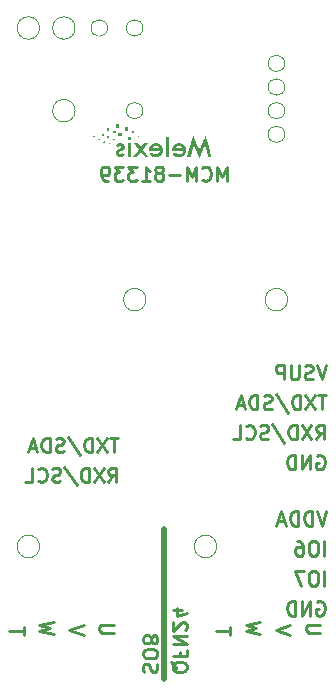
<source format=gbr>
%TF.GenerationSoftware,KiCad,Pcbnew,7.0.11+dfsg-1build4*%
%TF.CreationDate,2025-02-16T15:58:33+01:00*%
%TF.ProjectId,MCM-81339,4d434d2d-3831-4333-9339-2e6b69636164,rev?*%
%TF.SameCoordinates,Original*%
%TF.FileFunction,Legend,Bot*%
%TF.FilePolarity,Positive*%
%FSLAX46Y46*%
G04 Gerber Fmt 4.6, Leading zero omitted, Abs format (unit mm)*
G04 Created by KiCad (PCBNEW 7.0.11+dfsg-1build4) date 2025-02-16 15:58:33*
%MOMM*%
%LPD*%
G01*
G04 APERTURE LIST*
%ADD10C,0.500000*%
%ADD11C,0.250000*%
%ADD12C,0.120000*%
G04 APERTURE END LIST*
D10*
X78500000Y-91500000D02*
X78500000Y-104250000D01*
D11*
X69137857Y-100414098D02*
X67937857Y-100128384D01*
X67937857Y-100128384D02*
X68795000Y-99899812D01*
X68795000Y-99899812D02*
X67937857Y-99671241D01*
X67937857Y-99671241D02*
X69137857Y-99385527D01*
X91421241Y-97699285D02*
X91535527Y-97642142D01*
X91535527Y-97642142D02*
X91706955Y-97642142D01*
X91706955Y-97642142D02*
X91878384Y-97699285D01*
X91878384Y-97699285D02*
X91992669Y-97813571D01*
X91992669Y-97813571D02*
X92049812Y-97927857D01*
X92049812Y-97927857D02*
X92106955Y-98156428D01*
X92106955Y-98156428D02*
X92106955Y-98327857D01*
X92106955Y-98327857D02*
X92049812Y-98556428D01*
X92049812Y-98556428D02*
X91992669Y-98670714D01*
X91992669Y-98670714D02*
X91878384Y-98785000D01*
X91878384Y-98785000D02*
X91706955Y-98842142D01*
X91706955Y-98842142D02*
X91592669Y-98842142D01*
X91592669Y-98842142D02*
X91421241Y-98785000D01*
X91421241Y-98785000D02*
X91364098Y-98727857D01*
X91364098Y-98727857D02*
X91364098Y-98327857D01*
X91364098Y-98327857D02*
X91592669Y-98327857D01*
X90849812Y-98842142D02*
X90849812Y-97642142D01*
X90849812Y-97642142D02*
X90164098Y-98842142D01*
X90164098Y-98842142D02*
X90164098Y-97642142D01*
X89592669Y-98842142D02*
X89592669Y-97642142D01*
X89592669Y-97642142D02*
X89306955Y-97642142D01*
X89306955Y-97642142D02*
X89135526Y-97699285D01*
X89135526Y-97699285D02*
X89021241Y-97813571D01*
X89021241Y-97813571D02*
X88964098Y-97927857D01*
X88964098Y-97927857D02*
X88906955Y-98156428D01*
X88906955Y-98156428D02*
X88906955Y-98327857D01*
X88906955Y-98327857D02*
X88964098Y-98556428D01*
X88964098Y-98556428D02*
X89021241Y-98670714D01*
X89021241Y-98670714D02*
X89135526Y-98785000D01*
X89135526Y-98785000D02*
X89306955Y-98842142D01*
X89306955Y-98842142D02*
X89592669Y-98842142D01*
X74217857Y-100299812D02*
X73246428Y-100299812D01*
X73246428Y-100299812D02*
X73132142Y-100242669D01*
X73132142Y-100242669D02*
X73075000Y-100185527D01*
X73075000Y-100185527D02*
X73017857Y-100071241D01*
X73017857Y-100071241D02*
X73017857Y-99842669D01*
X73017857Y-99842669D02*
X73075000Y-99728384D01*
X73075000Y-99728384D02*
X73132142Y-99671241D01*
X73132142Y-99671241D02*
X73246428Y-99614098D01*
X73246428Y-99614098D02*
X74217857Y-99614098D01*
X71677857Y-100471241D02*
X70477857Y-100071241D01*
X70477857Y-100071241D02*
X71677857Y-99671241D01*
X91717857Y-100299812D02*
X90746428Y-100299812D01*
X90746428Y-100299812D02*
X90632142Y-100242669D01*
X90632142Y-100242669D02*
X90575000Y-100185527D01*
X90575000Y-100185527D02*
X90517857Y-100071241D01*
X90517857Y-100071241D02*
X90517857Y-99842669D01*
X90517857Y-99842669D02*
X90575000Y-99728384D01*
X90575000Y-99728384D02*
X90632142Y-99671241D01*
X90632142Y-99671241D02*
X90746428Y-99614098D01*
X90746428Y-99614098D02*
X91717857Y-99614098D01*
X92049812Y-93762142D02*
X92049812Y-92562142D01*
X91249812Y-92562142D02*
X91021240Y-92562142D01*
X91021240Y-92562142D02*
X90906955Y-92619285D01*
X90906955Y-92619285D02*
X90792669Y-92733571D01*
X90792669Y-92733571D02*
X90735526Y-92962142D01*
X90735526Y-92962142D02*
X90735526Y-93362142D01*
X90735526Y-93362142D02*
X90792669Y-93590714D01*
X90792669Y-93590714D02*
X90906955Y-93705000D01*
X90906955Y-93705000D02*
X91021240Y-93762142D01*
X91021240Y-93762142D02*
X91249812Y-93762142D01*
X91249812Y-93762142D02*
X91364098Y-93705000D01*
X91364098Y-93705000D02*
X91478383Y-93590714D01*
X91478383Y-93590714D02*
X91535526Y-93362142D01*
X91535526Y-93362142D02*
X91535526Y-92962142D01*
X91535526Y-92962142D02*
X91478383Y-92733571D01*
X91478383Y-92733571D02*
X91364098Y-92619285D01*
X91364098Y-92619285D02*
X91249812Y-92562142D01*
X89706955Y-92562142D02*
X89935526Y-92562142D01*
X89935526Y-92562142D02*
X90049812Y-92619285D01*
X90049812Y-92619285D02*
X90106955Y-92676428D01*
X90106955Y-92676428D02*
X90221240Y-92847857D01*
X90221240Y-92847857D02*
X90278383Y-93076428D01*
X90278383Y-93076428D02*
X90278383Y-93533571D01*
X90278383Y-93533571D02*
X90221240Y-93647857D01*
X90221240Y-93647857D02*
X90164097Y-93705000D01*
X90164097Y-93705000D02*
X90049812Y-93762142D01*
X90049812Y-93762142D02*
X89821240Y-93762142D01*
X89821240Y-93762142D02*
X89706955Y-93705000D01*
X89706955Y-93705000D02*
X89649812Y-93647857D01*
X89649812Y-93647857D02*
X89592669Y-93533571D01*
X89592669Y-93533571D02*
X89592669Y-93247857D01*
X89592669Y-93247857D02*
X89649812Y-93133571D01*
X89649812Y-93133571D02*
X89706955Y-93076428D01*
X89706955Y-93076428D02*
X89821240Y-93019285D01*
X89821240Y-93019285D02*
X90049812Y-93019285D01*
X90049812Y-93019285D02*
X90164097Y-93076428D01*
X90164097Y-93076428D02*
X90221240Y-93133571D01*
X90221240Y-93133571D02*
X90278383Y-93247857D01*
X79093571Y-102749812D02*
X79150714Y-102864098D01*
X79150714Y-102864098D02*
X79265000Y-102978384D01*
X79265000Y-102978384D02*
X79436428Y-103149812D01*
X79436428Y-103149812D02*
X79493571Y-103264098D01*
X79493571Y-103264098D02*
X79493571Y-103378384D01*
X79207857Y-103321241D02*
X79265000Y-103435527D01*
X79265000Y-103435527D02*
X79379285Y-103549812D01*
X79379285Y-103549812D02*
X79607857Y-103606955D01*
X79607857Y-103606955D02*
X80007857Y-103606955D01*
X80007857Y-103606955D02*
X80236428Y-103549812D01*
X80236428Y-103549812D02*
X80350714Y-103435527D01*
X80350714Y-103435527D02*
X80407857Y-103321241D01*
X80407857Y-103321241D02*
X80407857Y-103092669D01*
X80407857Y-103092669D02*
X80350714Y-102978384D01*
X80350714Y-102978384D02*
X80236428Y-102864098D01*
X80236428Y-102864098D02*
X80007857Y-102806955D01*
X80007857Y-102806955D02*
X79607857Y-102806955D01*
X79607857Y-102806955D02*
X79379285Y-102864098D01*
X79379285Y-102864098D02*
X79265000Y-102978384D01*
X79265000Y-102978384D02*
X79207857Y-103092669D01*
X79207857Y-103092669D02*
X79207857Y-103321241D01*
X79836428Y-101892669D02*
X79836428Y-102292669D01*
X79207857Y-102292669D02*
X80407857Y-102292669D01*
X80407857Y-102292669D02*
X80407857Y-101721241D01*
X79207857Y-101264098D02*
X80407857Y-101264098D01*
X80407857Y-101264098D02*
X79207857Y-100578384D01*
X79207857Y-100578384D02*
X80407857Y-100578384D01*
X80293571Y-100064098D02*
X80350714Y-100006955D01*
X80350714Y-100006955D02*
X80407857Y-99892670D01*
X80407857Y-99892670D02*
X80407857Y-99606955D01*
X80407857Y-99606955D02*
X80350714Y-99492670D01*
X80350714Y-99492670D02*
X80293571Y-99435527D01*
X80293571Y-99435527D02*
X80179285Y-99378384D01*
X80179285Y-99378384D02*
X80065000Y-99378384D01*
X80065000Y-99378384D02*
X79893571Y-99435527D01*
X79893571Y-99435527D02*
X79207857Y-100121241D01*
X79207857Y-100121241D02*
X79207857Y-99378384D01*
X80007857Y-98349813D02*
X79207857Y-98349813D01*
X80465000Y-98635527D02*
X79607857Y-98921241D01*
X79607857Y-98921241D02*
X79607857Y-98178384D01*
X92221241Y-90022142D02*
X91821241Y-91222142D01*
X91821241Y-91222142D02*
X91421241Y-90022142D01*
X91021241Y-91222142D02*
X91021241Y-90022142D01*
X91021241Y-90022142D02*
X90735527Y-90022142D01*
X90735527Y-90022142D02*
X90564098Y-90079285D01*
X90564098Y-90079285D02*
X90449813Y-90193571D01*
X90449813Y-90193571D02*
X90392670Y-90307857D01*
X90392670Y-90307857D02*
X90335527Y-90536428D01*
X90335527Y-90536428D02*
X90335527Y-90707857D01*
X90335527Y-90707857D02*
X90392670Y-90936428D01*
X90392670Y-90936428D02*
X90449813Y-91050714D01*
X90449813Y-91050714D02*
X90564098Y-91165000D01*
X90564098Y-91165000D02*
X90735527Y-91222142D01*
X90735527Y-91222142D02*
X91021241Y-91222142D01*
X89821241Y-91222142D02*
X89821241Y-90022142D01*
X89821241Y-90022142D02*
X89535527Y-90022142D01*
X89535527Y-90022142D02*
X89364098Y-90079285D01*
X89364098Y-90079285D02*
X89249813Y-90193571D01*
X89249813Y-90193571D02*
X89192670Y-90307857D01*
X89192670Y-90307857D02*
X89135527Y-90536428D01*
X89135527Y-90536428D02*
X89135527Y-90707857D01*
X89135527Y-90707857D02*
X89192670Y-90936428D01*
X89192670Y-90936428D02*
X89249813Y-91050714D01*
X89249813Y-91050714D02*
X89364098Y-91165000D01*
X89364098Y-91165000D02*
X89535527Y-91222142D01*
X89535527Y-91222142D02*
X89821241Y-91222142D01*
X88678384Y-90879285D02*
X88106956Y-90879285D01*
X88792670Y-91222142D02*
X88392670Y-90022142D01*
X88392670Y-90022142D02*
X87992670Y-91222142D01*
X66597857Y-100471241D02*
X66597857Y-99785527D01*
X65397857Y-100128384D02*
X66597857Y-100128384D01*
X92221241Y-77642142D02*
X91821241Y-78842142D01*
X91821241Y-78842142D02*
X91421241Y-77642142D01*
X91078384Y-78785000D02*
X90906956Y-78842142D01*
X90906956Y-78842142D02*
X90621241Y-78842142D01*
X90621241Y-78842142D02*
X90506956Y-78785000D01*
X90506956Y-78785000D02*
X90449813Y-78727857D01*
X90449813Y-78727857D02*
X90392670Y-78613571D01*
X90392670Y-78613571D02*
X90392670Y-78499285D01*
X90392670Y-78499285D02*
X90449813Y-78385000D01*
X90449813Y-78385000D02*
X90506956Y-78327857D01*
X90506956Y-78327857D02*
X90621241Y-78270714D01*
X90621241Y-78270714D02*
X90849813Y-78213571D01*
X90849813Y-78213571D02*
X90964098Y-78156428D01*
X90964098Y-78156428D02*
X91021241Y-78099285D01*
X91021241Y-78099285D02*
X91078384Y-77985000D01*
X91078384Y-77985000D02*
X91078384Y-77870714D01*
X91078384Y-77870714D02*
X91021241Y-77756428D01*
X91021241Y-77756428D02*
X90964098Y-77699285D01*
X90964098Y-77699285D02*
X90849813Y-77642142D01*
X90849813Y-77642142D02*
X90564098Y-77642142D01*
X90564098Y-77642142D02*
X90392670Y-77699285D01*
X89878384Y-77642142D02*
X89878384Y-78613571D01*
X89878384Y-78613571D02*
X89821241Y-78727857D01*
X89821241Y-78727857D02*
X89764099Y-78785000D01*
X89764099Y-78785000D02*
X89649813Y-78842142D01*
X89649813Y-78842142D02*
X89421241Y-78842142D01*
X89421241Y-78842142D02*
X89306956Y-78785000D01*
X89306956Y-78785000D02*
X89249813Y-78727857D01*
X89249813Y-78727857D02*
X89192670Y-78613571D01*
X89192670Y-78613571D02*
X89192670Y-77642142D01*
X88621241Y-78842142D02*
X88621241Y-77642142D01*
X88621241Y-77642142D02*
X88164098Y-77642142D01*
X88164098Y-77642142D02*
X88049813Y-77699285D01*
X88049813Y-77699285D02*
X87992670Y-77756428D01*
X87992670Y-77756428D02*
X87935527Y-77870714D01*
X87935527Y-77870714D02*
X87935527Y-78042142D01*
X87935527Y-78042142D02*
X87992670Y-78156428D01*
X87992670Y-78156428D02*
X88049813Y-78213571D01*
X88049813Y-78213571D02*
X88164098Y-78270714D01*
X88164098Y-78270714D02*
X88621241Y-78270714D01*
X92049812Y-96302142D02*
X92049812Y-95102142D01*
X91249812Y-95102142D02*
X91021240Y-95102142D01*
X91021240Y-95102142D02*
X90906955Y-95159285D01*
X90906955Y-95159285D02*
X90792669Y-95273571D01*
X90792669Y-95273571D02*
X90735526Y-95502142D01*
X90735526Y-95502142D02*
X90735526Y-95902142D01*
X90735526Y-95902142D02*
X90792669Y-96130714D01*
X90792669Y-96130714D02*
X90906955Y-96245000D01*
X90906955Y-96245000D02*
X91021240Y-96302142D01*
X91021240Y-96302142D02*
X91249812Y-96302142D01*
X91249812Y-96302142D02*
X91364098Y-96245000D01*
X91364098Y-96245000D02*
X91478383Y-96130714D01*
X91478383Y-96130714D02*
X91535526Y-95902142D01*
X91535526Y-95902142D02*
X91535526Y-95502142D01*
X91535526Y-95502142D02*
X91478383Y-95273571D01*
X91478383Y-95273571D02*
X91364098Y-95159285D01*
X91364098Y-95159285D02*
X91249812Y-95102142D01*
X90335526Y-95102142D02*
X89535526Y-95102142D01*
X89535526Y-95102142D02*
X90049812Y-96302142D01*
X76765000Y-103606955D02*
X76707857Y-103435527D01*
X76707857Y-103435527D02*
X76707857Y-103149812D01*
X76707857Y-103149812D02*
X76765000Y-103035527D01*
X76765000Y-103035527D02*
X76822142Y-102978384D01*
X76822142Y-102978384D02*
X76936428Y-102921241D01*
X76936428Y-102921241D02*
X77050714Y-102921241D01*
X77050714Y-102921241D02*
X77165000Y-102978384D01*
X77165000Y-102978384D02*
X77222142Y-103035527D01*
X77222142Y-103035527D02*
X77279285Y-103149812D01*
X77279285Y-103149812D02*
X77336428Y-103378384D01*
X77336428Y-103378384D02*
X77393571Y-103492669D01*
X77393571Y-103492669D02*
X77450714Y-103549812D01*
X77450714Y-103549812D02*
X77565000Y-103606955D01*
X77565000Y-103606955D02*
X77679285Y-103606955D01*
X77679285Y-103606955D02*
X77793571Y-103549812D01*
X77793571Y-103549812D02*
X77850714Y-103492669D01*
X77850714Y-103492669D02*
X77907857Y-103378384D01*
X77907857Y-103378384D02*
X77907857Y-103092669D01*
X77907857Y-103092669D02*
X77850714Y-102921241D01*
X77907857Y-102178384D02*
X77907857Y-101949812D01*
X77907857Y-101949812D02*
X77850714Y-101835527D01*
X77850714Y-101835527D02*
X77736428Y-101721241D01*
X77736428Y-101721241D02*
X77507857Y-101664098D01*
X77507857Y-101664098D02*
X77107857Y-101664098D01*
X77107857Y-101664098D02*
X76879285Y-101721241D01*
X76879285Y-101721241D02*
X76765000Y-101835527D01*
X76765000Y-101835527D02*
X76707857Y-101949812D01*
X76707857Y-101949812D02*
X76707857Y-102178384D01*
X76707857Y-102178384D02*
X76765000Y-102292670D01*
X76765000Y-102292670D02*
X76879285Y-102406955D01*
X76879285Y-102406955D02*
X77107857Y-102464098D01*
X77107857Y-102464098D02*
X77507857Y-102464098D01*
X77507857Y-102464098D02*
X77736428Y-102406955D01*
X77736428Y-102406955D02*
X77850714Y-102292670D01*
X77850714Y-102292670D02*
X77907857Y-102178384D01*
X77393571Y-100978384D02*
X77450714Y-101092669D01*
X77450714Y-101092669D02*
X77507857Y-101149812D01*
X77507857Y-101149812D02*
X77622142Y-101206955D01*
X77622142Y-101206955D02*
X77679285Y-101206955D01*
X77679285Y-101206955D02*
X77793571Y-101149812D01*
X77793571Y-101149812D02*
X77850714Y-101092669D01*
X77850714Y-101092669D02*
X77907857Y-100978384D01*
X77907857Y-100978384D02*
X77907857Y-100749812D01*
X77907857Y-100749812D02*
X77850714Y-100635527D01*
X77850714Y-100635527D02*
X77793571Y-100578384D01*
X77793571Y-100578384D02*
X77679285Y-100521241D01*
X77679285Y-100521241D02*
X77622142Y-100521241D01*
X77622142Y-100521241D02*
X77507857Y-100578384D01*
X77507857Y-100578384D02*
X77450714Y-100635527D01*
X77450714Y-100635527D02*
X77393571Y-100749812D01*
X77393571Y-100749812D02*
X77393571Y-100978384D01*
X77393571Y-100978384D02*
X77336428Y-101092669D01*
X77336428Y-101092669D02*
X77279285Y-101149812D01*
X77279285Y-101149812D02*
X77165000Y-101206955D01*
X77165000Y-101206955D02*
X76936428Y-101206955D01*
X76936428Y-101206955D02*
X76822142Y-101149812D01*
X76822142Y-101149812D02*
X76765000Y-101092669D01*
X76765000Y-101092669D02*
X76707857Y-100978384D01*
X76707857Y-100978384D02*
X76707857Y-100749812D01*
X76707857Y-100749812D02*
X76765000Y-100635527D01*
X76765000Y-100635527D02*
X76822142Y-100578384D01*
X76822142Y-100578384D02*
X76936428Y-100521241D01*
X76936428Y-100521241D02*
X77165000Y-100521241D01*
X77165000Y-100521241D02*
X77279285Y-100578384D01*
X77279285Y-100578384D02*
X77336428Y-100635527D01*
X77336428Y-100635527D02*
X77393571Y-100749812D01*
X83785713Y-62042142D02*
X83785713Y-60842142D01*
X83785713Y-60842142D02*
X83385713Y-61699285D01*
X83385713Y-61699285D02*
X82985713Y-60842142D01*
X82985713Y-60842142D02*
X82985713Y-62042142D01*
X81728570Y-61927857D02*
X81785713Y-61985000D01*
X81785713Y-61985000D02*
X81957141Y-62042142D01*
X81957141Y-62042142D02*
X82071427Y-62042142D01*
X82071427Y-62042142D02*
X82242856Y-61985000D01*
X82242856Y-61985000D02*
X82357141Y-61870714D01*
X82357141Y-61870714D02*
X82414284Y-61756428D01*
X82414284Y-61756428D02*
X82471427Y-61527857D01*
X82471427Y-61527857D02*
X82471427Y-61356428D01*
X82471427Y-61356428D02*
X82414284Y-61127857D01*
X82414284Y-61127857D02*
X82357141Y-61013571D01*
X82357141Y-61013571D02*
X82242856Y-60899285D01*
X82242856Y-60899285D02*
X82071427Y-60842142D01*
X82071427Y-60842142D02*
X81957141Y-60842142D01*
X81957141Y-60842142D02*
X81785713Y-60899285D01*
X81785713Y-60899285D02*
X81728570Y-60956428D01*
X81214284Y-62042142D02*
X81214284Y-60842142D01*
X81214284Y-60842142D02*
X80814284Y-61699285D01*
X80814284Y-61699285D02*
X80414284Y-60842142D01*
X80414284Y-60842142D02*
X80414284Y-62042142D01*
X79842855Y-61585000D02*
X78928570Y-61585000D01*
X78185713Y-61356428D02*
X78299998Y-61299285D01*
X78299998Y-61299285D02*
X78357141Y-61242142D01*
X78357141Y-61242142D02*
X78414284Y-61127857D01*
X78414284Y-61127857D02*
X78414284Y-61070714D01*
X78414284Y-61070714D02*
X78357141Y-60956428D01*
X78357141Y-60956428D02*
X78299998Y-60899285D01*
X78299998Y-60899285D02*
X78185713Y-60842142D01*
X78185713Y-60842142D02*
X77957141Y-60842142D01*
X77957141Y-60842142D02*
X77842856Y-60899285D01*
X77842856Y-60899285D02*
X77785713Y-60956428D01*
X77785713Y-60956428D02*
X77728570Y-61070714D01*
X77728570Y-61070714D02*
X77728570Y-61127857D01*
X77728570Y-61127857D02*
X77785713Y-61242142D01*
X77785713Y-61242142D02*
X77842856Y-61299285D01*
X77842856Y-61299285D02*
X77957141Y-61356428D01*
X77957141Y-61356428D02*
X78185713Y-61356428D01*
X78185713Y-61356428D02*
X78299998Y-61413571D01*
X78299998Y-61413571D02*
X78357141Y-61470714D01*
X78357141Y-61470714D02*
X78414284Y-61585000D01*
X78414284Y-61585000D02*
X78414284Y-61813571D01*
X78414284Y-61813571D02*
X78357141Y-61927857D01*
X78357141Y-61927857D02*
X78299998Y-61985000D01*
X78299998Y-61985000D02*
X78185713Y-62042142D01*
X78185713Y-62042142D02*
X77957141Y-62042142D01*
X77957141Y-62042142D02*
X77842856Y-61985000D01*
X77842856Y-61985000D02*
X77785713Y-61927857D01*
X77785713Y-61927857D02*
X77728570Y-61813571D01*
X77728570Y-61813571D02*
X77728570Y-61585000D01*
X77728570Y-61585000D02*
X77785713Y-61470714D01*
X77785713Y-61470714D02*
X77842856Y-61413571D01*
X77842856Y-61413571D02*
X77957141Y-61356428D01*
X76585713Y-62042142D02*
X77271427Y-62042142D01*
X76928570Y-62042142D02*
X76928570Y-60842142D01*
X76928570Y-60842142D02*
X77042856Y-61013571D01*
X77042856Y-61013571D02*
X77157141Y-61127857D01*
X77157141Y-61127857D02*
X77271427Y-61185000D01*
X76185713Y-60842142D02*
X75442856Y-60842142D01*
X75442856Y-60842142D02*
X75842856Y-61299285D01*
X75842856Y-61299285D02*
X75671427Y-61299285D01*
X75671427Y-61299285D02*
X75557142Y-61356428D01*
X75557142Y-61356428D02*
X75499999Y-61413571D01*
X75499999Y-61413571D02*
X75442856Y-61527857D01*
X75442856Y-61527857D02*
X75442856Y-61813571D01*
X75442856Y-61813571D02*
X75499999Y-61927857D01*
X75499999Y-61927857D02*
X75557142Y-61985000D01*
X75557142Y-61985000D02*
X75671427Y-62042142D01*
X75671427Y-62042142D02*
X76014284Y-62042142D01*
X76014284Y-62042142D02*
X76128570Y-61985000D01*
X76128570Y-61985000D02*
X76185713Y-61927857D01*
X75042856Y-60842142D02*
X74299999Y-60842142D01*
X74299999Y-60842142D02*
X74699999Y-61299285D01*
X74699999Y-61299285D02*
X74528570Y-61299285D01*
X74528570Y-61299285D02*
X74414285Y-61356428D01*
X74414285Y-61356428D02*
X74357142Y-61413571D01*
X74357142Y-61413571D02*
X74299999Y-61527857D01*
X74299999Y-61527857D02*
X74299999Y-61813571D01*
X74299999Y-61813571D02*
X74357142Y-61927857D01*
X74357142Y-61927857D02*
X74414285Y-61985000D01*
X74414285Y-61985000D02*
X74528570Y-62042142D01*
X74528570Y-62042142D02*
X74871427Y-62042142D01*
X74871427Y-62042142D02*
X74985713Y-61985000D01*
X74985713Y-61985000D02*
X75042856Y-61927857D01*
X73728570Y-62042142D02*
X73499999Y-62042142D01*
X73499999Y-62042142D02*
X73385713Y-61985000D01*
X73385713Y-61985000D02*
X73328570Y-61927857D01*
X73328570Y-61927857D02*
X73214285Y-61756428D01*
X73214285Y-61756428D02*
X73157142Y-61527857D01*
X73157142Y-61527857D02*
X73157142Y-61070714D01*
X73157142Y-61070714D02*
X73214285Y-60956428D01*
X73214285Y-60956428D02*
X73271428Y-60899285D01*
X73271428Y-60899285D02*
X73385713Y-60842142D01*
X73385713Y-60842142D02*
X73614285Y-60842142D01*
X73614285Y-60842142D02*
X73728570Y-60899285D01*
X73728570Y-60899285D02*
X73785713Y-60956428D01*
X73785713Y-60956428D02*
X73842856Y-61070714D01*
X73842856Y-61070714D02*
X73842856Y-61356428D01*
X73842856Y-61356428D02*
X73785713Y-61470714D01*
X73785713Y-61470714D02*
X73728570Y-61527857D01*
X73728570Y-61527857D02*
X73614285Y-61585000D01*
X73614285Y-61585000D02*
X73385713Y-61585000D01*
X73385713Y-61585000D02*
X73271428Y-61527857D01*
X73271428Y-61527857D02*
X73214285Y-61470714D01*
X73214285Y-61470714D02*
X73157142Y-61356428D01*
X92221241Y-80182142D02*
X91535527Y-80182142D01*
X91878384Y-81382142D02*
X91878384Y-80182142D01*
X91249812Y-80182142D02*
X90449812Y-81382142D01*
X90449812Y-80182142D02*
X91249812Y-81382142D01*
X89992669Y-81382142D02*
X89992669Y-80182142D01*
X89992669Y-80182142D02*
X89706955Y-80182142D01*
X89706955Y-80182142D02*
X89535526Y-80239285D01*
X89535526Y-80239285D02*
X89421241Y-80353571D01*
X89421241Y-80353571D02*
X89364098Y-80467857D01*
X89364098Y-80467857D02*
X89306955Y-80696428D01*
X89306955Y-80696428D02*
X89306955Y-80867857D01*
X89306955Y-80867857D02*
X89364098Y-81096428D01*
X89364098Y-81096428D02*
X89421241Y-81210714D01*
X89421241Y-81210714D02*
X89535526Y-81325000D01*
X89535526Y-81325000D02*
X89706955Y-81382142D01*
X89706955Y-81382142D02*
X89992669Y-81382142D01*
X87935526Y-80125000D02*
X88964098Y-81667857D01*
X87592669Y-81325000D02*
X87421241Y-81382142D01*
X87421241Y-81382142D02*
X87135526Y-81382142D01*
X87135526Y-81382142D02*
X87021241Y-81325000D01*
X87021241Y-81325000D02*
X86964098Y-81267857D01*
X86964098Y-81267857D02*
X86906955Y-81153571D01*
X86906955Y-81153571D02*
X86906955Y-81039285D01*
X86906955Y-81039285D02*
X86964098Y-80925000D01*
X86964098Y-80925000D02*
X87021241Y-80867857D01*
X87021241Y-80867857D02*
X87135526Y-80810714D01*
X87135526Y-80810714D02*
X87364098Y-80753571D01*
X87364098Y-80753571D02*
X87478383Y-80696428D01*
X87478383Y-80696428D02*
X87535526Y-80639285D01*
X87535526Y-80639285D02*
X87592669Y-80525000D01*
X87592669Y-80525000D02*
X87592669Y-80410714D01*
X87592669Y-80410714D02*
X87535526Y-80296428D01*
X87535526Y-80296428D02*
X87478383Y-80239285D01*
X87478383Y-80239285D02*
X87364098Y-80182142D01*
X87364098Y-80182142D02*
X87078383Y-80182142D01*
X87078383Y-80182142D02*
X86906955Y-80239285D01*
X86392669Y-81382142D02*
X86392669Y-80182142D01*
X86392669Y-80182142D02*
X86106955Y-80182142D01*
X86106955Y-80182142D02*
X85935526Y-80239285D01*
X85935526Y-80239285D02*
X85821241Y-80353571D01*
X85821241Y-80353571D02*
X85764098Y-80467857D01*
X85764098Y-80467857D02*
X85706955Y-80696428D01*
X85706955Y-80696428D02*
X85706955Y-80867857D01*
X85706955Y-80867857D02*
X85764098Y-81096428D01*
X85764098Y-81096428D02*
X85821241Y-81210714D01*
X85821241Y-81210714D02*
X85935526Y-81325000D01*
X85935526Y-81325000D02*
X86106955Y-81382142D01*
X86106955Y-81382142D02*
X86392669Y-81382142D01*
X85249812Y-81039285D02*
X84678384Y-81039285D01*
X85364098Y-81382142D02*
X84964098Y-80182142D01*
X84964098Y-80182142D02*
X84564098Y-81382142D01*
X91364098Y-83922142D02*
X91764098Y-83350714D01*
X92049812Y-83922142D02*
X92049812Y-82722142D01*
X92049812Y-82722142D02*
X91592669Y-82722142D01*
X91592669Y-82722142D02*
X91478384Y-82779285D01*
X91478384Y-82779285D02*
X91421241Y-82836428D01*
X91421241Y-82836428D02*
X91364098Y-82950714D01*
X91364098Y-82950714D02*
X91364098Y-83122142D01*
X91364098Y-83122142D02*
X91421241Y-83236428D01*
X91421241Y-83236428D02*
X91478384Y-83293571D01*
X91478384Y-83293571D02*
X91592669Y-83350714D01*
X91592669Y-83350714D02*
X92049812Y-83350714D01*
X90964098Y-82722142D02*
X90164098Y-83922142D01*
X90164098Y-82722142D02*
X90964098Y-83922142D01*
X89706955Y-83922142D02*
X89706955Y-82722142D01*
X89706955Y-82722142D02*
X89421241Y-82722142D01*
X89421241Y-82722142D02*
X89249812Y-82779285D01*
X89249812Y-82779285D02*
X89135527Y-82893571D01*
X89135527Y-82893571D02*
X89078384Y-83007857D01*
X89078384Y-83007857D02*
X89021241Y-83236428D01*
X89021241Y-83236428D02*
X89021241Y-83407857D01*
X89021241Y-83407857D02*
X89078384Y-83636428D01*
X89078384Y-83636428D02*
X89135527Y-83750714D01*
X89135527Y-83750714D02*
X89249812Y-83865000D01*
X89249812Y-83865000D02*
X89421241Y-83922142D01*
X89421241Y-83922142D02*
X89706955Y-83922142D01*
X87649812Y-82665000D02*
X88678384Y-84207857D01*
X87306955Y-83865000D02*
X87135527Y-83922142D01*
X87135527Y-83922142D02*
X86849812Y-83922142D01*
X86849812Y-83922142D02*
X86735527Y-83865000D01*
X86735527Y-83865000D02*
X86678384Y-83807857D01*
X86678384Y-83807857D02*
X86621241Y-83693571D01*
X86621241Y-83693571D02*
X86621241Y-83579285D01*
X86621241Y-83579285D02*
X86678384Y-83465000D01*
X86678384Y-83465000D02*
X86735527Y-83407857D01*
X86735527Y-83407857D02*
X86849812Y-83350714D01*
X86849812Y-83350714D02*
X87078384Y-83293571D01*
X87078384Y-83293571D02*
X87192669Y-83236428D01*
X87192669Y-83236428D02*
X87249812Y-83179285D01*
X87249812Y-83179285D02*
X87306955Y-83065000D01*
X87306955Y-83065000D02*
X87306955Y-82950714D01*
X87306955Y-82950714D02*
X87249812Y-82836428D01*
X87249812Y-82836428D02*
X87192669Y-82779285D01*
X87192669Y-82779285D02*
X87078384Y-82722142D01*
X87078384Y-82722142D02*
X86792669Y-82722142D01*
X86792669Y-82722142D02*
X86621241Y-82779285D01*
X85421241Y-83807857D02*
X85478384Y-83865000D01*
X85478384Y-83865000D02*
X85649812Y-83922142D01*
X85649812Y-83922142D02*
X85764098Y-83922142D01*
X85764098Y-83922142D02*
X85935527Y-83865000D01*
X85935527Y-83865000D02*
X86049812Y-83750714D01*
X86049812Y-83750714D02*
X86106955Y-83636428D01*
X86106955Y-83636428D02*
X86164098Y-83407857D01*
X86164098Y-83407857D02*
X86164098Y-83236428D01*
X86164098Y-83236428D02*
X86106955Y-83007857D01*
X86106955Y-83007857D02*
X86049812Y-82893571D01*
X86049812Y-82893571D02*
X85935527Y-82779285D01*
X85935527Y-82779285D02*
X85764098Y-82722142D01*
X85764098Y-82722142D02*
X85649812Y-82722142D01*
X85649812Y-82722142D02*
X85478384Y-82779285D01*
X85478384Y-82779285D02*
X85421241Y-82836428D01*
X84335527Y-83922142D02*
X84906955Y-83922142D01*
X84906955Y-83922142D02*
X84906955Y-82722142D01*
X91421241Y-85319285D02*
X91535527Y-85262142D01*
X91535527Y-85262142D02*
X91706955Y-85262142D01*
X91706955Y-85262142D02*
X91878384Y-85319285D01*
X91878384Y-85319285D02*
X91992669Y-85433571D01*
X91992669Y-85433571D02*
X92049812Y-85547857D01*
X92049812Y-85547857D02*
X92106955Y-85776428D01*
X92106955Y-85776428D02*
X92106955Y-85947857D01*
X92106955Y-85947857D02*
X92049812Y-86176428D01*
X92049812Y-86176428D02*
X91992669Y-86290714D01*
X91992669Y-86290714D02*
X91878384Y-86405000D01*
X91878384Y-86405000D02*
X91706955Y-86462142D01*
X91706955Y-86462142D02*
X91592669Y-86462142D01*
X91592669Y-86462142D02*
X91421241Y-86405000D01*
X91421241Y-86405000D02*
X91364098Y-86347857D01*
X91364098Y-86347857D02*
X91364098Y-85947857D01*
X91364098Y-85947857D02*
X91592669Y-85947857D01*
X90849812Y-86462142D02*
X90849812Y-85262142D01*
X90849812Y-85262142D02*
X90164098Y-86462142D01*
X90164098Y-86462142D02*
X90164098Y-85262142D01*
X89592669Y-86462142D02*
X89592669Y-85262142D01*
X89592669Y-85262142D02*
X89306955Y-85262142D01*
X89306955Y-85262142D02*
X89135526Y-85319285D01*
X89135526Y-85319285D02*
X89021241Y-85433571D01*
X89021241Y-85433571D02*
X88964098Y-85547857D01*
X88964098Y-85547857D02*
X88906955Y-85776428D01*
X88906955Y-85776428D02*
X88906955Y-85947857D01*
X88906955Y-85947857D02*
X88964098Y-86176428D01*
X88964098Y-86176428D02*
X89021241Y-86290714D01*
X89021241Y-86290714D02*
X89135526Y-86405000D01*
X89135526Y-86405000D02*
X89306955Y-86462142D01*
X89306955Y-86462142D02*
X89592669Y-86462142D01*
X73764098Y-87542142D02*
X74164098Y-86970714D01*
X74449812Y-87542142D02*
X74449812Y-86342142D01*
X74449812Y-86342142D02*
X73992669Y-86342142D01*
X73992669Y-86342142D02*
X73878384Y-86399285D01*
X73878384Y-86399285D02*
X73821241Y-86456428D01*
X73821241Y-86456428D02*
X73764098Y-86570714D01*
X73764098Y-86570714D02*
X73764098Y-86742142D01*
X73764098Y-86742142D02*
X73821241Y-86856428D01*
X73821241Y-86856428D02*
X73878384Y-86913571D01*
X73878384Y-86913571D02*
X73992669Y-86970714D01*
X73992669Y-86970714D02*
X74449812Y-86970714D01*
X73364098Y-86342142D02*
X72564098Y-87542142D01*
X72564098Y-86342142D02*
X73364098Y-87542142D01*
X72106955Y-87542142D02*
X72106955Y-86342142D01*
X72106955Y-86342142D02*
X71821241Y-86342142D01*
X71821241Y-86342142D02*
X71649812Y-86399285D01*
X71649812Y-86399285D02*
X71535527Y-86513571D01*
X71535527Y-86513571D02*
X71478384Y-86627857D01*
X71478384Y-86627857D02*
X71421241Y-86856428D01*
X71421241Y-86856428D02*
X71421241Y-87027857D01*
X71421241Y-87027857D02*
X71478384Y-87256428D01*
X71478384Y-87256428D02*
X71535527Y-87370714D01*
X71535527Y-87370714D02*
X71649812Y-87485000D01*
X71649812Y-87485000D02*
X71821241Y-87542142D01*
X71821241Y-87542142D02*
X72106955Y-87542142D01*
X70049812Y-86285000D02*
X71078384Y-87827857D01*
X69706955Y-87485000D02*
X69535527Y-87542142D01*
X69535527Y-87542142D02*
X69249812Y-87542142D01*
X69249812Y-87542142D02*
X69135527Y-87485000D01*
X69135527Y-87485000D02*
X69078384Y-87427857D01*
X69078384Y-87427857D02*
X69021241Y-87313571D01*
X69021241Y-87313571D02*
X69021241Y-87199285D01*
X69021241Y-87199285D02*
X69078384Y-87085000D01*
X69078384Y-87085000D02*
X69135527Y-87027857D01*
X69135527Y-87027857D02*
X69249812Y-86970714D01*
X69249812Y-86970714D02*
X69478384Y-86913571D01*
X69478384Y-86913571D02*
X69592669Y-86856428D01*
X69592669Y-86856428D02*
X69649812Y-86799285D01*
X69649812Y-86799285D02*
X69706955Y-86685000D01*
X69706955Y-86685000D02*
X69706955Y-86570714D01*
X69706955Y-86570714D02*
X69649812Y-86456428D01*
X69649812Y-86456428D02*
X69592669Y-86399285D01*
X69592669Y-86399285D02*
X69478384Y-86342142D01*
X69478384Y-86342142D02*
X69192669Y-86342142D01*
X69192669Y-86342142D02*
X69021241Y-86399285D01*
X67821241Y-87427857D02*
X67878384Y-87485000D01*
X67878384Y-87485000D02*
X68049812Y-87542142D01*
X68049812Y-87542142D02*
X68164098Y-87542142D01*
X68164098Y-87542142D02*
X68335527Y-87485000D01*
X68335527Y-87485000D02*
X68449812Y-87370714D01*
X68449812Y-87370714D02*
X68506955Y-87256428D01*
X68506955Y-87256428D02*
X68564098Y-87027857D01*
X68564098Y-87027857D02*
X68564098Y-86856428D01*
X68564098Y-86856428D02*
X68506955Y-86627857D01*
X68506955Y-86627857D02*
X68449812Y-86513571D01*
X68449812Y-86513571D02*
X68335527Y-86399285D01*
X68335527Y-86399285D02*
X68164098Y-86342142D01*
X68164098Y-86342142D02*
X68049812Y-86342142D01*
X68049812Y-86342142D02*
X67878384Y-86399285D01*
X67878384Y-86399285D02*
X67821241Y-86456428D01*
X66735527Y-87542142D02*
X67306955Y-87542142D01*
X67306955Y-87542142D02*
X67306955Y-86342142D01*
X89177857Y-100471241D02*
X87977857Y-100071241D01*
X87977857Y-100071241D02*
X89177857Y-99671241D01*
X86637857Y-100414098D02*
X85437857Y-100128384D01*
X85437857Y-100128384D02*
X86295000Y-99899812D01*
X86295000Y-99899812D02*
X85437857Y-99671241D01*
X85437857Y-99671241D02*
X86637857Y-99385527D01*
X84097857Y-100471241D02*
X84097857Y-99785527D01*
X82897857Y-100128384D02*
X84097857Y-100128384D01*
X74621241Y-83802142D02*
X73935527Y-83802142D01*
X74278384Y-85002142D02*
X74278384Y-83802142D01*
X73649812Y-83802142D02*
X72849812Y-85002142D01*
X72849812Y-83802142D02*
X73649812Y-85002142D01*
X72392669Y-85002142D02*
X72392669Y-83802142D01*
X72392669Y-83802142D02*
X72106955Y-83802142D01*
X72106955Y-83802142D02*
X71935526Y-83859285D01*
X71935526Y-83859285D02*
X71821241Y-83973571D01*
X71821241Y-83973571D02*
X71764098Y-84087857D01*
X71764098Y-84087857D02*
X71706955Y-84316428D01*
X71706955Y-84316428D02*
X71706955Y-84487857D01*
X71706955Y-84487857D02*
X71764098Y-84716428D01*
X71764098Y-84716428D02*
X71821241Y-84830714D01*
X71821241Y-84830714D02*
X71935526Y-84945000D01*
X71935526Y-84945000D02*
X72106955Y-85002142D01*
X72106955Y-85002142D02*
X72392669Y-85002142D01*
X70335526Y-83745000D02*
X71364098Y-85287857D01*
X69992669Y-84945000D02*
X69821241Y-85002142D01*
X69821241Y-85002142D02*
X69535526Y-85002142D01*
X69535526Y-85002142D02*
X69421241Y-84945000D01*
X69421241Y-84945000D02*
X69364098Y-84887857D01*
X69364098Y-84887857D02*
X69306955Y-84773571D01*
X69306955Y-84773571D02*
X69306955Y-84659285D01*
X69306955Y-84659285D02*
X69364098Y-84545000D01*
X69364098Y-84545000D02*
X69421241Y-84487857D01*
X69421241Y-84487857D02*
X69535526Y-84430714D01*
X69535526Y-84430714D02*
X69764098Y-84373571D01*
X69764098Y-84373571D02*
X69878383Y-84316428D01*
X69878383Y-84316428D02*
X69935526Y-84259285D01*
X69935526Y-84259285D02*
X69992669Y-84145000D01*
X69992669Y-84145000D02*
X69992669Y-84030714D01*
X69992669Y-84030714D02*
X69935526Y-83916428D01*
X69935526Y-83916428D02*
X69878383Y-83859285D01*
X69878383Y-83859285D02*
X69764098Y-83802142D01*
X69764098Y-83802142D02*
X69478383Y-83802142D01*
X69478383Y-83802142D02*
X69306955Y-83859285D01*
X68792669Y-85002142D02*
X68792669Y-83802142D01*
X68792669Y-83802142D02*
X68506955Y-83802142D01*
X68506955Y-83802142D02*
X68335526Y-83859285D01*
X68335526Y-83859285D02*
X68221241Y-83973571D01*
X68221241Y-83973571D02*
X68164098Y-84087857D01*
X68164098Y-84087857D02*
X68106955Y-84316428D01*
X68106955Y-84316428D02*
X68106955Y-84487857D01*
X68106955Y-84487857D02*
X68164098Y-84716428D01*
X68164098Y-84716428D02*
X68221241Y-84830714D01*
X68221241Y-84830714D02*
X68335526Y-84945000D01*
X68335526Y-84945000D02*
X68506955Y-85002142D01*
X68506955Y-85002142D02*
X68792669Y-85002142D01*
X67649812Y-84659285D02*
X67078384Y-84659285D01*
X67764098Y-85002142D02*
X67364098Y-83802142D01*
X67364098Y-83802142D02*
X66964098Y-85002142D01*
D12*
%TO.C,TP11*%
X73700000Y-49100000D02*
G75*
G03*
X72300000Y-49100000I-700000J0D01*
G01*
X72300000Y-49100000D02*
G75*
G03*
X73700000Y-49100000I700000J0D01*
G01*
%TO.C,TP9*%
X76700000Y-49100000D02*
G75*
G03*
X75300000Y-49100000I-700000J0D01*
G01*
X75300000Y-49100000D02*
G75*
G03*
X76700000Y-49100000I700000J0D01*
G01*
%TO.C,TP14*%
X67950000Y-93000000D02*
G75*
G03*
X66050000Y-93000000I-950000J0D01*
G01*
X66050000Y-93000000D02*
G75*
G03*
X67950000Y-93000000I950000J0D01*
G01*
%TO.C,TP6*%
X88700000Y-58100000D02*
G75*
G03*
X87300000Y-58100000I-700000J0D01*
G01*
X87300000Y-58100000D02*
G75*
G03*
X88700000Y-58100000I700000J0D01*
G01*
%TO.C,TP8*%
X88950000Y-72100000D02*
G75*
G03*
X87050000Y-72100000I-950000J0D01*
G01*
X87050000Y-72100000D02*
G75*
G03*
X88950000Y-72100000I950000J0D01*
G01*
%TO.C,TP2*%
X70950000Y-49100000D02*
G75*
G03*
X69050000Y-49100000I-950000J0D01*
G01*
X69050000Y-49100000D02*
G75*
G03*
X70950000Y-49100000I950000J0D01*
G01*
%TO.C,TP10*%
X76950000Y-72100000D02*
G75*
G03*
X75050000Y-72100000I-950000J0D01*
G01*
X75050000Y-72100000D02*
G75*
G03*
X76950000Y-72100000I950000J0D01*
G01*
%TO.C,TP7*%
X70950000Y-56100000D02*
G75*
G03*
X69050000Y-56100000I-950000J0D01*
G01*
X69050000Y-56100000D02*
G75*
G03*
X70950000Y-56100000I950000J0D01*
G01*
%TO.C,TP4*%
X88700000Y-52100000D02*
G75*
G03*
X87300000Y-52100000I-700000J0D01*
G01*
X87300000Y-52100000D02*
G75*
G03*
X88700000Y-52100000I700000J0D01*
G01*
%TO.C,TP1*%
X67950000Y-49100000D02*
G75*
G03*
X66050000Y-49100000I-950000J0D01*
G01*
X66050000Y-49100000D02*
G75*
G03*
X67950000Y-49100000I950000J0D01*
G01*
%TO.C,LOG1*%
G36*
X78903763Y-60003172D02*
G01*
X78631248Y-60003172D01*
X78631248Y-58287930D01*
X78903763Y-58287930D01*
X78903763Y-60003172D01*
G37*
G36*
X75954189Y-58007400D02*
G01*
X75777855Y-58007400D01*
X75777855Y-57831067D01*
X75954189Y-57831067D01*
X75954189Y-58007400D01*
G37*
G36*
X75681674Y-60003172D02*
G01*
X75409159Y-60003172D01*
X75409159Y-58857006D01*
X75681674Y-58857006D01*
X75681674Y-60003172D01*
G37*
G36*
X75681674Y-58560445D02*
G01*
X75409159Y-58560445D01*
X75409159Y-58287930D01*
X75681674Y-58287930D01*
X75681674Y-58560445D01*
G37*
G36*
X74904204Y-58239839D02*
G01*
X74623674Y-58239839D01*
X74623674Y-57959309D01*
X74904204Y-57959309D01*
X74904204Y-58239839D01*
G37*
G36*
X74695811Y-57542522D02*
G01*
X74415280Y-57542522D01*
X74415280Y-57261992D01*
X74695811Y-57261992D01*
X74695811Y-57542522D01*
G37*
G36*
X74295053Y-58616551D02*
G01*
X74158796Y-58616551D01*
X74158796Y-58472279D01*
X74295053Y-58472279D01*
X74295053Y-58616551D01*
G37*
G36*
X74375205Y-58031446D02*
G01*
X74142765Y-58031446D01*
X74142765Y-57799006D01*
X74375205Y-57799006D01*
X74375205Y-58031446D01*
G37*
G36*
X73902311Y-58937157D02*
G01*
X73830175Y-58937157D01*
X73830175Y-58873036D01*
X73902311Y-58873036D01*
X73902311Y-58937157D01*
G37*
G36*
X73846205Y-58432203D02*
G01*
X73669872Y-58432203D01*
X73669872Y-58255870D01*
X73846205Y-58255870D01*
X73846205Y-58432203D01*
G37*
G36*
X73846205Y-57807021D02*
G01*
X73645826Y-57807021D01*
X73645826Y-57598628D01*
X73846205Y-57598628D01*
X73846205Y-57807021D01*
G37*
G36*
X73389342Y-58215794D02*
G01*
X73229039Y-58215794D01*
X73229039Y-58055491D01*
X73389342Y-58055491D01*
X73389342Y-58215794D01*
G37*
G36*
X72603857Y-58295945D02*
G01*
X72507676Y-58295945D01*
X72507676Y-58207779D01*
X72603857Y-58207779D01*
X72603857Y-58295945D01*
G37*
G36*
X73517584Y-58865021D02*
G01*
X73356701Y-58865021D01*
X73361289Y-58708725D01*
X73439436Y-58706431D01*
X73517584Y-58704137D01*
X73517584Y-58865021D01*
G37*
G36*
X75433204Y-57783355D02*
G01*
X75294943Y-57781162D01*
X75156682Y-57778968D01*
X75154488Y-57640707D01*
X75152295Y-57502446D01*
X75433204Y-57502446D01*
X75433204Y-57783355D01*
G37*
G36*
X73032668Y-58492317D02*
G01*
X73035084Y-58543571D01*
X73035726Y-58568564D01*
X73035154Y-58592368D01*
X73033332Y-58605688D01*
X73025986Y-58611649D01*
X73006375Y-58615383D01*
X72972806Y-58616551D01*
X72916448Y-58616551D01*
X72916448Y-58487607D01*
X73032668Y-58492317D01*
G37*
G36*
X76401446Y-58263041D02*
G01*
X76402072Y-58288032D01*
X76401452Y-58311991D01*
X76399558Y-58325511D01*
X76398310Y-58327742D01*
X76389038Y-58332772D01*
X76369557Y-58334848D01*
X76337028Y-58334371D01*
X76278802Y-58332014D01*
X76278802Y-58211786D01*
X76399029Y-58211786D01*
X76401446Y-58263041D01*
G37*
G36*
X74875495Y-58843679D02*
G01*
X74946844Y-58867738D01*
X75011791Y-58904756D01*
X75068172Y-58954206D01*
X75100241Y-58995500D01*
X75130875Y-59055874D01*
X75148404Y-59121043D01*
X75152070Y-59187901D01*
X75141117Y-59253341D01*
X75138319Y-59262555D01*
X75121224Y-59305747D01*
X75098040Y-59344260D01*
X75067173Y-59379450D01*
X75027030Y-59412675D01*
X74976016Y-59445293D01*
X74912538Y-59478662D01*
X74835003Y-59514139D01*
X74821484Y-59520067D01*
X74780328Y-59538729D01*
X74742996Y-59556512D01*
X74713140Y-59571642D01*
X74694415Y-59582349D01*
X74679162Y-59593937D01*
X74655111Y-59619000D01*
X74638158Y-59645573D01*
X74631719Y-59668937D01*
X74631759Y-59671014D01*
X74640228Y-59699674D01*
X74661751Y-59727908D01*
X74693851Y-59752387D01*
X74706432Y-59759424D01*
X74729324Y-59769009D01*
X74754181Y-59773488D01*
X74787985Y-59774502D01*
X74828832Y-59771496D01*
X74868379Y-59760740D01*
X74907577Y-59740366D01*
X74951035Y-59708507D01*
X74985843Y-59680274D01*
X75091300Y-59731113D01*
X75107720Y-59739036D01*
X75143215Y-59756225D01*
X75172155Y-59770322D01*
X75191909Y-59780045D01*
X75199847Y-59784107D01*
X75200318Y-59787935D01*
X75192724Y-59802067D01*
X75176057Y-59824312D01*
X75151799Y-59852754D01*
X75121432Y-59885477D01*
X75072722Y-59930885D01*
X75008306Y-59975382D01*
X74937816Y-60006977D01*
X74858010Y-60027415D01*
X74834659Y-60030119D01*
X74799341Y-60031486D01*
X74763939Y-60030576D01*
X74692022Y-60020549D01*
X74620772Y-59997209D01*
X74555806Y-59959990D01*
X74494872Y-59907868D01*
X74471120Y-59882132D01*
X74428133Y-59820806D01*
X74400503Y-59755892D01*
X74388409Y-59687902D01*
X74392033Y-59617344D01*
X74399469Y-59581521D01*
X74417553Y-59529982D01*
X74444508Y-59483187D01*
X74481510Y-59440047D01*
X74529736Y-59399471D01*
X74590363Y-59360367D01*
X74664565Y-59321646D01*
X74753521Y-59282217D01*
X74777987Y-59271501D01*
X74828865Y-59244693D01*
X74867726Y-59217127D01*
X74892615Y-59190098D01*
X74898499Y-59179750D01*
X74901458Y-59163585D01*
X74896244Y-59141709D01*
X74894523Y-59136893D01*
X74880915Y-59114507D01*
X74859081Y-59099861D01*
X74826632Y-59091868D01*
X74781182Y-59089445D01*
X74756302Y-59089887D01*
X74727875Y-59092972D01*
X74703088Y-59100473D01*
X74674583Y-59114094D01*
X74651865Y-59126647D01*
X74622862Y-59144178D01*
X74600998Y-59159070D01*
X74574315Y-59179395D01*
X74552907Y-59159989D01*
X74540819Y-59149092D01*
X74518595Y-59129146D01*
X74490676Y-59104146D01*
X74460415Y-59077096D01*
X74389331Y-59013610D01*
X74424193Y-58982672D01*
X74439819Y-58969518D01*
X74488430Y-58934421D01*
X74543562Y-58901032D01*
X74599402Y-58872694D01*
X74650137Y-58852748D01*
X74722257Y-58836539D01*
X74799911Y-58833104D01*
X74875495Y-58843679D01*
G37*
G36*
X80333311Y-59304651D02*
G01*
X80344954Y-59396708D01*
X80343727Y-59490088D01*
X80329450Y-59581890D01*
X80301943Y-59669215D01*
X80278583Y-59719195D01*
X80228853Y-59796754D01*
X80167281Y-59865644D01*
X80095626Y-59924509D01*
X80015646Y-59971992D01*
X79929102Y-60006734D01*
X79837752Y-60027379D01*
X79831878Y-60028119D01*
X79797892Y-60030540D01*
X79757179Y-60031330D01*
X79717300Y-60030306D01*
X79702558Y-60029395D01*
X79601025Y-60015926D01*
X79508789Y-59989990D01*
X79424428Y-59950948D01*
X79346518Y-59898161D01*
X79273638Y-59830990D01*
X79256227Y-59812293D01*
X79235639Y-59789026D01*
X79221566Y-59771646D01*
X79216353Y-59762940D01*
X79217028Y-59761721D01*
X79226632Y-59752414D01*
X79245516Y-59736322D01*
X79270988Y-59715547D01*
X79300356Y-59692196D01*
X79330928Y-59668371D01*
X79360013Y-59646178D01*
X79384919Y-59627721D01*
X79402956Y-59615103D01*
X79411430Y-59610429D01*
X79413556Y-59611766D01*
X79424991Y-59621668D01*
X79443706Y-59639113D01*
X79466971Y-59661587D01*
X79482746Y-59676420D01*
X79543913Y-59722410D01*
X79609758Y-59753895D01*
X79682450Y-59771986D01*
X79700314Y-59774294D01*
X79773768Y-59774855D01*
X79843934Y-59761618D01*
X79908956Y-59735721D01*
X79966975Y-59698299D01*
X80016134Y-59650493D01*
X80054573Y-59593439D01*
X80080436Y-59528274D01*
X80088712Y-59498217D01*
X79157977Y-59498217D01*
X79162550Y-59412055D01*
X79172772Y-59319038D01*
X79186148Y-59265778D01*
X79463917Y-59265778D01*
X79758647Y-59265778D01*
X79825277Y-59265642D01*
X79886526Y-59265266D01*
X79940618Y-59264680D01*
X79985779Y-59263915D01*
X80020235Y-59263000D01*
X80042209Y-59261965D01*
X80049929Y-59260841D01*
X80048081Y-59255249D01*
X80037831Y-59238887D01*
X80021334Y-59217164D01*
X80001723Y-59193902D01*
X79982130Y-59172925D01*
X79965689Y-59158055D01*
X79950591Y-59147673D01*
X79921690Y-59130552D01*
X79891513Y-59115035D01*
X79870664Y-59105923D01*
X79850233Y-59099388D01*
X79827616Y-59095631D01*
X79798200Y-59093912D01*
X79757376Y-59093490D01*
X79748455Y-59093495D01*
X79710919Y-59093985D01*
X79683752Y-59095866D01*
X79662217Y-59099971D01*
X79641582Y-59107135D01*
X79617111Y-59118192D01*
X79591986Y-59131860D01*
X79547315Y-59164026D01*
X79507687Y-59202004D01*
X79478396Y-59241105D01*
X79463917Y-59265778D01*
X79186148Y-59265778D01*
X79194878Y-59231014D01*
X79229546Y-59150739D01*
X79277701Y-59076096D01*
X79340267Y-59004965D01*
X79408046Y-58945027D01*
X79484333Y-58895213D01*
X79565128Y-58860280D01*
X79651661Y-58839703D01*
X79745163Y-58832960D01*
X79766135Y-58833187D01*
X79852921Y-58840004D01*
X79930875Y-58857069D01*
X80003626Y-58885404D01*
X80074799Y-58926035D01*
X80097656Y-58942329D01*
X80145721Y-58983242D01*
X80193286Y-59031355D01*
X80235758Y-59081838D01*
X80268546Y-59129860D01*
X80272134Y-59136101D01*
X80308978Y-59216815D01*
X80321174Y-59260841D01*
X80333311Y-59304651D01*
G37*
G36*
X77063530Y-58887063D02*
G01*
X77056590Y-58896133D01*
X77039740Y-58917949D01*
X77015354Y-58949404D01*
X76984755Y-58988794D01*
X76949266Y-59034416D01*
X76910213Y-59084564D01*
X76868919Y-59137536D01*
X76835229Y-59180734D01*
X76797153Y-59229565D01*
X76763024Y-59273343D01*
X76734025Y-59310551D01*
X76711338Y-59339670D01*
X76696146Y-59359185D01*
X76689632Y-59367578D01*
X76689525Y-59369708D01*
X76695324Y-59381889D01*
X76709728Y-59404517D01*
X76732982Y-59437930D01*
X76765328Y-59482466D01*
X76807010Y-59538463D01*
X76858273Y-59606259D01*
X76919359Y-59686192D01*
X76923799Y-59691979D01*
X76970655Y-59753135D01*
X77014312Y-59810270D01*
X77053831Y-59862144D01*
X77088272Y-59907516D01*
X77116695Y-59945145D01*
X77138161Y-59973792D01*
X77151729Y-59992216D01*
X77156461Y-59999176D01*
X77156047Y-59999461D01*
X77145100Y-60000640D01*
X77121053Y-60001659D01*
X77086290Y-60002459D01*
X77043195Y-60002982D01*
X76994154Y-60003168D01*
X76831847Y-60003165D01*
X76675798Y-59802707D01*
X76654962Y-59776021D01*
X76618193Y-59729338D01*
X76585140Y-59687894D01*
X76557019Y-59653180D01*
X76535042Y-59626688D01*
X76520423Y-59609909D01*
X76514376Y-59604336D01*
X76513737Y-59604851D01*
X76505459Y-59614377D01*
X76489019Y-59634630D01*
X76465687Y-59664003D01*
X76436732Y-59700889D01*
X76403426Y-59743680D01*
X76367038Y-59790770D01*
X76359455Y-59800612D01*
X76322961Y-59847839D01*
X76289372Y-59891087D01*
X76260059Y-59928607D01*
X76236391Y-59958651D01*
X76219737Y-59979470D01*
X76211468Y-59989316D01*
X76205733Y-59994010D01*
X76197097Y-59997584D01*
X76183511Y-60000016D01*
X76162760Y-60001456D01*
X76132628Y-60002055D01*
X76090901Y-60001966D01*
X76035364Y-60001339D01*
X75872865Y-59999164D01*
X76109839Y-59690581D01*
X76114080Y-59685058D01*
X76160945Y-59623937D01*
X76204612Y-59566831D01*
X76244142Y-59514981D01*
X76278592Y-59469627D01*
X76307024Y-59432010D01*
X76328495Y-59403371D01*
X76342067Y-59384951D01*
X76346797Y-59377990D01*
X76346212Y-59376925D01*
X76338309Y-59365840D01*
X76321987Y-59343926D01*
X76298286Y-59312550D01*
X76268246Y-59273079D01*
X76232906Y-59226880D01*
X76193306Y-59175321D01*
X76150485Y-59119770D01*
X76135363Y-59100174D01*
X76093535Y-59045826D01*
X76055290Y-58995928D01*
X76021666Y-58951848D01*
X75993705Y-58914957D01*
X75972444Y-58886625D01*
X75958926Y-58868222D01*
X75954189Y-58861119D01*
X75954846Y-58860732D01*
X75966652Y-58859599D01*
X75991449Y-58858811D01*
X76026878Y-58858402D01*
X76070584Y-58858403D01*
X76120208Y-58858847D01*
X76286228Y-58861013D01*
X76396983Y-59005286D01*
X76413895Y-59027249D01*
X76444492Y-59066619D01*
X76471206Y-59100524D01*
X76492582Y-59127143D01*
X76507164Y-59144650D01*
X76513497Y-59151223D01*
X76516291Y-59149219D01*
X76527866Y-59136729D01*
X76546881Y-59114317D01*
X76571900Y-59083723D01*
X76601488Y-59046686D01*
X76634209Y-59004946D01*
X76749161Y-58857006D01*
X77086227Y-58857006D01*
X77063530Y-58887063D01*
G37*
G36*
X78373495Y-59274831D02*
G01*
X78379562Y-59297519D01*
X78383362Y-59320439D01*
X78385412Y-59347542D01*
X78386223Y-59382775D01*
X78386309Y-59430089D01*
X78386280Y-59442078D01*
X78385877Y-59486612D01*
X78384622Y-59520206D01*
X78381963Y-59547015D01*
X78377352Y-59571191D01*
X78370239Y-59596886D01*
X78360074Y-59628255D01*
X78324545Y-59712438D01*
X78274749Y-59792517D01*
X78213487Y-59863159D01*
X78142198Y-59923161D01*
X78062322Y-59971321D01*
X77975297Y-60006435D01*
X77882564Y-60027300D01*
X77862864Y-60029476D01*
X77806413Y-60031380D01*
X77743501Y-60028701D01*
X77680329Y-60021823D01*
X77623100Y-60011135D01*
X77556835Y-59992049D01*
X77484966Y-59961685D01*
X77418685Y-59921414D01*
X77354938Y-59869327D01*
X77290673Y-59803520D01*
X77252561Y-59760893D01*
X77352593Y-59685661D01*
X77373037Y-59670336D01*
X77405015Y-59646592D01*
X77430982Y-59627597D01*
X77448683Y-59614995D01*
X77455863Y-59610429D01*
X77457963Y-59611768D01*
X77469348Y-59621672D01*
X77488027Y-59639116D01*
X77511275Y-59661587D01*
X77527585Y-59676796D01*
X77591200Y-59723390D01*
X77659893Y-59755686D01*
X77732003Y-59773403D01*
X77805870Y-59776260D01*
X77879835Y-59763976D01*
X77952239Y-59736270D01*
X77980400Y-59720212D01*
X78030780Y-59680537D01*
X78073130Y-59632468D01*
X78104805Y-59579284D01*
X78123161Y-59524267D01*
X78128297Y-59498217D01*
X77202281Y-59498217D01*
X77206838Y-59412055D01*
X77209033Y-59378628D01*
X77216193Y-59319101D01*
X77228318Y-59265970D01*
X77230247Y-59260507D01*
X77509127Y-59260507D01*
X77509131Y-59260535D01*
X77517185Y-59261734D01*
X77539454Y-59262836D01*
X77574162Y-59263810D01*
X77619535Y-59264623D01*
X77673797Y-59265244D01*
X77735173Y-59265639D01*
X77801886Y-59265778D01*
X78094644Y-59265778D01*
X78081764Y-59240870D01*
X78062022Y-59211540D01*
X78028320Y-59176485D01*
X77987361Y-59144308D01*
X77943554Y-59118896D01*
X77937063Y-59115840D01*
X77913382Y-59105497D01*
X77892780Y-59098943D01*
X77870479Y-59095322D01*
X77841705Y-59093777D01*
X77801680Y-59093453D01*
X77754233Y-59094554D01*
X77711679Y-59099204D01*
X77676189Y-59108715D01*
X77643110Y-59124384D01*
X77607790Y-59147508D01*
X77591430Y-59161088D01*
X77569889Y-59182175D01*
X77547855Y-59206134D01*
X77528362Y-59229491D01*
X77514441Y-59248774D01*
X77509127Y-59260507D01*
X77230247Y-59260507D01*
X77247054Y-59212903D01*
X77274048Y-59153566D01*
X77287366Y-59127320D01*
X77305374Y-59096206D01*
X77325228Y-59068531D01*
X77350362Y-59039661D01*
X77384209Y-59004965D01*
X77384291Y-59004883D01*
X77457180Y-58941175D01*
X77532945Y-58892792D01*
X77613131Y-58859084D01*
X77699283Y-58839403D01*
X77792943Y-58833099D01*
X77864448Y-58836078D01*
X77931794Y-58846363D01*
X77995735Y-58865296D01*
X78062172Y-58894218D01*
X78088272Y-58907535D01*
X78119416Y-58925641D01*
X78147068Y-58945560D01*
X78175868Y-58970747D01*
X78210452Y-59004656D01*
X78242164Y-59037835D01*
X78281694Y-59084735D01*
X78312734Y-59130843D01*
X78338333Y-59180898D01*
X78361537Y-59239639D01*
X78364650Y-59248427D01*
X78370462Y-59265778D01*
X78373495Y-59274831D01*
G37*
G36*
X81204611Y-58761524D02*
G01*
X81225793Y-58812284D01*
X81264348Y-58904647D01*
X81301011Y-58992442D01*
X81335305Y-59074534D01*
X81366756Y-59149785D01*
X81394888Y-59217060D01*
X81419226Y-59275222D01*
X81439295Y-59323134D01*
X81454620Y-59359660D01*
X81464725Y-59383664D01*
X81469134Y-59394009D01*
X81478097Y-59414035D01*
X81488382Y-59394009D01*
X81489912Y-59390705D01*
X81497408Y-59373513D01*
X81510379Y-59343236D01*
X81528341Y-59301014D01*
X81550814Y-59247989D01*
X81577315Y-59185300D01*
X81607362Y-59114089D01*
X81640473Y-59035496D01*
X81676166Y-58950662D01*
X81713960Y-58860729D01*
X81753371Y-58766835D01*
X81774245Y-58717116D01*
X81812602Y-58625959D01*
X81848983Y-58539760D01*
X81882922Y-58459610D01*
X81913951Y-58386604D01*
X81941602Y-58321833D01*
X81965410Y-58266391D01*
X81984907Y-58221369D01*
X81999626Y-58187861D01*
X82009100Y-58166960D01*
X82012862Y-58159757D01*
X82014120Y-58163022D01*
X82019232Y-58180237D01*
X82027972Y-58211386D01*
X82040085Y-58255516D01*
X82055317Y-58311673D01*
X82073412Y-58378904D01*
X82094114Y-58456256D01*
X82117170Y-58542774D01*
X82142325Y-58637506D01*
X82169322Y-58739497D01*
X82197908Y-58847795D01*
X82227827Y-58961445D01*
X82258824Y-59079495D01*
X82500000Y-59999164D01*
X82367625Y-60001368D01*
X82355519Y-60001548D01*
X82304061Y-60001698D01*
X82265282Y-60000688D01*
X82240290Y-59998568D01*
X82230190Y-59995385D01*
X82229661Y-59994019D01*
X82225536Y-59980087D01*
X82217861Y-59952401D01*
X82206986Y-59912279D01*
X82193263Y-59861039D01*
X82177041Y-59800000D01*
X82158672Y-59730481D01*
X82138506Y-59653798D01*
X82116895Y-59571272D01*
X82094188Y-59484220D01*
X82086291Y-59453910D01*
X82063939Y-59368384D01*
X82042806Y-59287907D01*
X82023242Y-59213789D01*
X82005597Y-59147338D01*
X81990220Y-59089862D01*
X81977461Y-59042671D01*
X81967669Y-59007072D01*
X81961194Y-58984376D01*
X81958386Y-58975889D01*
X81958189Y-58975932D01*
X81953488Y-58984471D01*
X81943184Y-59006516D01*
X81927763Y-59040945D01*
X81907708Y-59086639D01*
X81883502Y-59142476D01*
X81855629Y-59207338D01*
X81824574Y-59280102D01*
X81790819Y-59359650D01*
X81754849Y-59444860D01*
X81717147Y-59534613D01*
X81711178Y-59548853D01*
X81673719Y-59637960D01*
X81638072Y-59722343D01*
X81604718Y-59800883D01*
X81574143Y-59872460D01*
X81546829Y-59935954D01*
X81523258Y-59990247D01*
X81503915Y-60034218D01*
X81489283Y-60066749D01*
X81479845Y-60086719D01*
X81476085Y-60093009D01*
X81476068Y-60092987D01*
X81472154Y-60084565D01*
X81462538Y-60062549D01*
X81447714Y-60028099D01*
X81428175Y-59982379D01*
X81404414Y-59926548D01*
X81376926Y-59861770D01*
X81346204Y-59789205D01*
X81312742Y-59710016D01*
X81277032Y-59625364D01*
X81239570Y-59536411D01*
X81238427Y-59533693D01*
X81201044Y-59445012D01*
X81165426Y-59360794D01*
X81132063Y-59282187D01*
X81101448Y-59210338D01*
X81074073Y-59146393D01*
X81050431Y-59091498D01*
X81031014Y-59046802D01*
X81016314Y-59013451D01*
X81006823Y-58992591D01*
X81003034Y-58985369D01*
X81002495Y-58986320D01*
X80998394Y-58999020D01*
X80990766Y-59025497D01*
X80979956Y-59064460D01*
X80966313Y-59114621D01*
X80950183Y-59174687D01*
X80931913Y-59243368D01*
X80911852Y-59319374D01*
X80890345Y-59401414D01*
X80867741Y-59488199D01*
X80859931Y-59518249D01*
X80837611Y-59603832D01*
X80816487Y-59684390D01*
X80796909Y-59758609D01*
X80779229Y-59825180D01*
X80763798Y-59882788D01*
X80750967Y-59930122D01*
X80741086Y-59965871D01*
X80734506Y-59988721D01*
X80731579Y-59997360D01*
X80726472Y-59998771D01*
X80707443Y-60000366D01*
X80677126Y-60001385D01*
X80638315Y-60001746D01*
X80593800Y-60001368D01*
X80461594Y-59999164D01*
X80696127Y-59105475D01*
X80709315Y-59055228D01*
X80739638Y-58939740D01*
X80768830Y-58828620D01*
X80796625Y-58722880D01*
X80822754Y-58623534D01*
X80846953Y-58531593D01*
X80868953Y-58448071D01*
X80888489Y-58373980D01*
X80905292Y-58310332D01*
X80919098Y-58258140D01*
X80929638Y-58218417D01*
X80936646Y-58192175D01*
X80939855Y-58180426D01*
X80949049Y-58149066D01*
X81204611Y-58761524D01*
G37*
%TO.C,TP13*%
X82950000Y-93000000D02*
G75*
G03*
X81050000Y-93000000I-950000J0D01*
G01*
X81050000Y-93000000D02*
G75*
G03*
X82950000Y-93000000I950000J0D01*
G01*
%TO.C,TP3*%
X88700000Y-54100000D02*
G75*
G03*
X87300000Y-54100000I-700000J0D01*
G01*
X87300000Y-54100000D02*
G75*
G03*
X88700000Y-54100000I700000J0D01*
G01*
%TO.C,TP12*%
X76700000Y-56100000D02*
G75*
G03*
X75300000Y-56100000I-700000J0D01*
G01*
X75300000Y-56100000D02*
G75*
G03*
X76700000Y-56100000I700000J0D01*
G01*
%TO.C,TP5*%
X88700000Y-56100000D02*
G75*
G03*
X87300000Y-56100000I-700000J0D01*
G01*
X87300000Y-56100000D02*
G75*
G03*
X88700000Y-56100000I700000J0D01*
G01*
%TD*%
M02*

</source>
